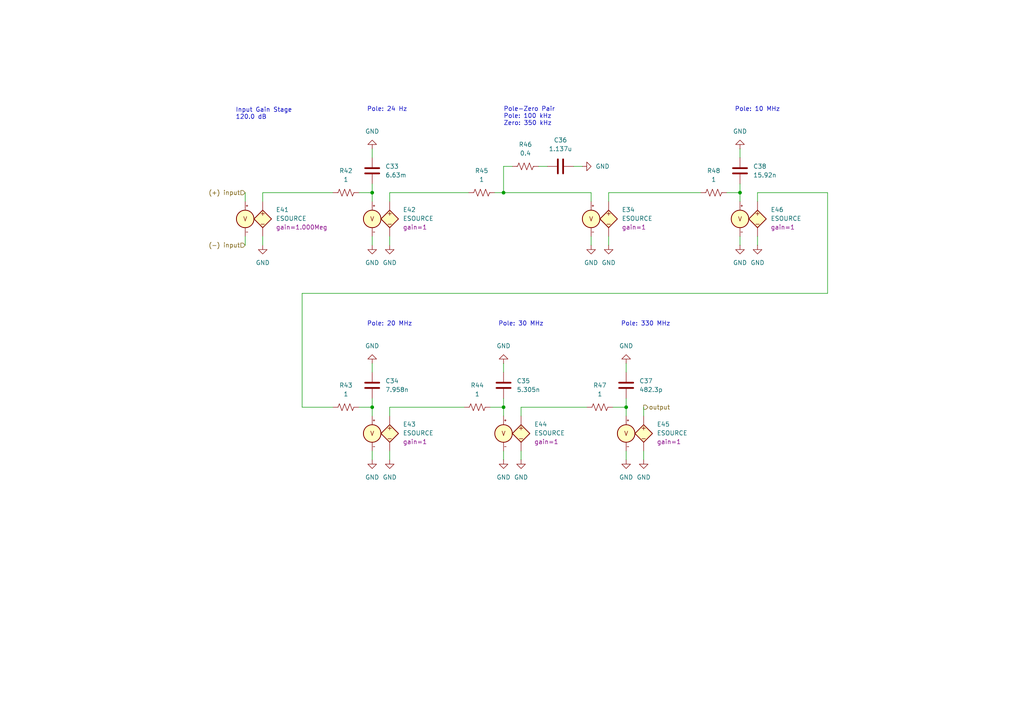
<source format=kicad_sch>
(kicad_sch (version 20250114) (generator "eeschema") (generator_version "9.0")
  (paper "A4")
  (lib_symbols
    (symbol "Device:C" (pin_numbers (hide yes)) (pin_names (offset 0.254))
      (property "Reference" "C" (at 0.635 2.54 0))
      (property "Value" "C" (at 0.635 -2.54 0))
      (symbol "C_0_1"
        (polyline (pts (xy -2.032 0.762) (xy 2.032 0.762)) (stroke (width 0.508)))
        (polyline (pts (xy -2.032 -0.762) (xy 2.032 -0.762)) (stroke (width 0.508)))
      )
      (symbol "C_1_1"
        (pin passive line (at 0 3.81 270) (length 2.794) (name "~") (number "1"))
        (pin passive line (at 0 -3.81 90) (length 2.794) (name "~") (number "2"))
      )
    )
    (symbol "Device:R_US" (pin_numbers (hide yes)) (pin_names (offset 0))
      (property "Reference" "R" (at 2.54 0 90))
      (property "Value" "R_US" (at -2.54 0 90))
      (symbol "R_US_0_1"
        (polyline (pts (xy 0 2.286) (xy 0 2.54)))
        (polyline (pts (xy 0 2.286) (xy 1.016 1.905) (xy 0 1.524) (xy -1.016 1.143) (xy 0 0.762)))
        (polyline (pts (xy 0 0.762) (xy 1.016 0.381) (xy 0 0) (xy -1.016 -0.381) (xy 0 -0.762)))
        (polyline (pts (xy 0 -0.762) (xy 1.016 -1.143) (xy 0 -1.524) (xy -1.016 -1.905) (xy 0 -2.286)))
        (polyline (pts (xy 0 -2.286) (xy 0 -2.54)))
      )
      (symbol "R_US_1_1"
        (pin passive line (at 0 3.81 270) (length 1.27) (name "~") (number "1"))
        (pin passive line (at 0 -3.81 90) (length 1.27) (name "~") (number "2"))
      )
    )
    (symbol "Simulation_SPICE:ESOURCE" (pin_numbers (hide yes)) (pin_names (offset 1.016) (hide yes))
      (property "Reference" "E" (at 2.54 2.54 0))
      (property "Value" "ESOURCE" (at 2.54 0 0))
      (property "Sim.Params" "type=\"E\" model=\"1\"" (at 2.54 -2.54 0))
      (symbol "ESOURCE_0_1"
        (polyline (pts (xy 0 2.032) (xy 0 1.016)))
      )
      (symbol "ESOURCE_1_1"
        (circle (center -5.08 0) (radius 2.54) (stroke (width 0.254)) (fill (type background)))
        (polyline (pts (xy -4.826 3.81) (xy -4.318 3.81)))
        (polyline (pts (xy -4.826 -3.81) (xy -4.318 -3.81)))
        (polyline (pts (xy -4.572 4.064) (xy -4.572 3.556)))
        (polyline (pts (xy 0 2.54) (xy -2.54 0) (xy 0 -2.54) (xy 2.54 0) (xy 0 2.54)) (stroke (width 0.254)) (fill (type background)))
        (polyline (pts (xy 0.508 1.524) (xy -0.508 1.524)))
        (polyline (pts (xy 0.508 -1.524) (xy -0.508 -1.524)))
        (text "V" (at -5.08 0 0) (effects (font (size 1.27 1.27))))
        (pin input line (at -5.08 5.08 270) (length 2.54) (name "C+") (number "3"))
        (pin input line (at -5.08 -5.08 90) (length 2.54) (name "C-") (number "4"))
        (pin passive line (at 0 5.08 270) (length 2.54) (name "N+") (number "1"))
        (pin passive line (at 0 -5.08 90) (length 2.54) (name "N-") (number "2"))
      )
    )
    (symbol "power:GND" (power) (pin_numbers (hide yes)) (pin_names (offset 0) (hide yes))
      (property "Value" "GND" (at 0 -3.81 0))
      (symbol "GND_0_1"
        (polyline (pts (xy 0 0) (xy 0 -1.27) (xy 1.27 -1.27) (xy 0 -2.54) (xy -1.27 -1.27) (xy 0 -1.27)))
      )
      (symbol "GND_1_1"
        (pin power_in line (at 0 0 270) (length 0) (name "~") (number "1"))
      )
    )
  )
  (text "Pole: 24 Hz" (at 106.426 31.75 0) (effects (font (size 1.27 1.27)) (justify left)))
  (text "Input Gain Stage\n120.0 dB" (at 68.326 33.02 0) (effects (font (size 1.27 1.27)) (justify left)))
  (text "Pole-Zero Pair\nPole: 100 kHz\nZero: 350 kHz" (at 146.05 33.782 0) (effects (font (size 1.27 1.27)) (justify left)))
  (text "Pole: 20 MHz" (at 106.426 93.98 0) (effects (font (size 1.27 1.27)) (justify left)))
  (text "Pole: 10 MHz" (at 213.106 31.75 0) (effects (font (size 1.27 1.27)) (justify left)))
  (text "Pole: 30 MHz" (at 144.526 93.98 0) (effects (font (size 1.27 1.27)) (justify left)))
  (text "Pole: 330 MHz" (at 180.086 93.98 0) (effects (font (size 1.27 1.27)) (justify left)))
  (junction (at 107.95 55.88))
  (junction (at 146.05 55.88))
  (junction (at 181.61 118.11))
  (junction (at 146.05 118.11))
  (junction (at 214.63 55.88))
  (junction (at 107.95 118.11))
  (wire (pts (xy 148.59 48.26) (xy 146.05 48.26)))
  (wire (pts (xy 181.61 130.81) (xy 181.61 133.35)))
  (wire (pts (xy 107.95 43.18) (xy 107.95 45.72)))
  (wire (pts (xy 181.61 115.57) (xy 181.61 118.11)))
  (wire (pts (xy 107.95 130.81) (xy 107.95 133.35)))
  (wire (pts (xy 240.03 55.88) (xy 240.03 85.09)))
  (wire (pts (xy 171.45 55.88) (xy 171.45 58.42)))
  (wire (pts (xy 143.51 55.88) (xy 146.05 55.88)))
  (wire (pts (xy 71.12 58.42) (xy 71.12 55.88)))
  (wire (pts (xy 146.05 105.41) (xy 146.05 107.95)))
  (wire (pts (xy 76.2 58.42) (xy 76.2 55.88)))
  (wire (pts (xy 240.03 85.09) (xy 87.63 85.09)))
  (wire (pts (xy 104.14 118.11) (xy 107.95 118.11)))
  (wire (pts (xy 113.03 68.58) (xy 113.03 71.12)))
  (wire (pts (xy 107.95 68.58) (xy 107.95 71.12)))
  (wire (pts (xy 146.05 115.57) (xy 146.05 118.11)))
  (wire (pts (xy 146.05 48.26) (xy 146.05 55.88)))
  (wire (pts (xy 166.37 48.26) (xy 168.91 48.26)))
  (wire (pts (xy 142.24 118.11) (xy 146.05 118.11)))
  (wire (pts (xy 107.95 55.88) (xy 107.95 58.42)))
  (wire (pts (xy 113.03 118.11) (xy 134.62 118.11)))
  (wire (pts (xy 113.03 130.81) (xy 113.03 133.35)))
  (wire (pts (xy 181.61 118.11) (xy 181.61 120.65)))
  (wire (pts (xy 87.63 118.11) (xy 96.52 118.11)))
  (wire (pts (xy 107.95 53.34) (xy 107.95 55.88)))
  (wire (pts (xy 107.95 118.11) (xy 107.95 120.65)))
  (wire (pts (xy 113.03 120.65) (xy 113.03 118.11)))
  (wire (pts (xy 210.82 55.88) (xy 214.63 55.88)))
  (wire (pts (xy 104.14 55.88) (xy 107.95 55.88)))
  (wire (pts (xy 214.63 53.34) (xy 214.63 55.88)))
  (wire (pts (xy 176.53 68.58) (xy 176.53 71.12)))
  (wire (pts (xy 214.63 68.58) (xy 214.63 71.12)))
  (wire (pts (xy 219.71 58.42) (xy 219.71 55.88)))
  (wire (pts (xy 177.8 118.11) (xy 181.61 118.11)))
  (wire (pts (xy 113.03 58.42) (xy 113.03 55.88)))
  (wire (pts (xy 171.45 68.58) (xy 171.45 71.12)))
  (wire (pts (xy 146.05 118.11) (xy 146.05 120.65)))
  (wire (pts (xy 176.53 58.42) (xy 176.53 55.88)))
  (wire (pts (xy 181.61 105.41) (xy 181.61 107.95)))
  (wire (pts (xy 146.05 55.88) (xy 171.45 55.88)))
  (wire (pts (xy 186.69 120.65) (xy 186.69 118.11)))
  (wire (pts (xy 151.13 118.11) (xy 170.18 118.11)))
  (wire (pts (xy 176.53 55.88) (xy 203.2 55.88)))
  (wire (pts (xy 71.12 68.58) (xy 71.12 71.12)))
  (wire (pts (xy 219.71 55.88) (xy 240.03 55.88)))
  (wire (pts (xy 76.2 68.58) (xy 76.2 71.12)))
  (wire (pts (xy 156.21 48.26) (xy 158.75 48.26)))
  (wire (pts (xy 113.03 55.88) (xy 135.89 55.88)))
  (wire (pts (xy 214.63 43.18) (xy 214.63 45.72)))
  (wire (pts (xy 214.63 55.88) (xy 214.63 58.42)))
  (wire (pts (xy 107.95 105.41) (xy 107.95 107.95)))
  (wire (pts (xy 87.63 85.09) (xy 87.63 118.11)))
  (wire (pts (xy 107.95 115.57) (xy 107.95 118.11)))
  (wire (pts (xy 219.71 68.58) (xy 219.71 71.12)))
  (wire (pts (xy 186.69 130.81) (xy 186.69 133.35)))
  (wire (pts (xy 76.2 55.88) (xy 96.52 55.88)))
  (wire (pts (xy 151.13 130.81) (xy 151.13 133.35)))
  (wire (pts (xy 151.13 120.65) (xy 151.13 118.11)))
  (wire (pts (xy 146.05 130.81) (xy 146.05 133.35)))
  (hierarchical_label "(-) input" (shape input) (at 71.12 71.12 180))
  (hierarchical_label "output" (shape output) (at 186.69 118.11 0))
  (hierarchical_label "(+) input" (shape input) (at 71.12 55.88 180))
  (symbol (lib_id "Device:R_US") (at 100.33 118.11 90) (unit 1)
    (property "Reference" "R43" (at 100.33 111.76 90))
    (property "Value" "1" (at 100.33 114.3 90))
    (property "Description" "Resistor, US symbol" (effects (hide yes)))
    (instances (project "TransimpedanceAmplifierStability" (path "" (reference "R43") (unit 1)) (path "" (reference "R66") (unit 1))))
  )
  (symbol (lib_id "power:GND") (at 214.63 71.12 0) (unit 1)
    (property "Reference" "#PWR0127" (effects (hide yes)))
    (property "Value" "GND" (at 214.63 76.2 0))
    (property "Description" "Power symbol creates a global label with name \"GND\" , ground" (effects (hide yes)))
    (instances (project "TransimpedanceAmplifierStability" (path "" (reference "#PWR0127") (unit 1)) (path "" (reference "#PWR0203") (unit 1))))
  )
  (symbol (lib_id "power:GND") (at 146.05 133.35 0) (unit 1)
    (property "Reference" "#PWR0120" (effects (hide yes)))
    (property "Value" "GND" (at 146.05 138.43 0))
    (property "Description" "Power symbol creates a global label with name \"GND\" , ground" (effects (hide yes)))
    (instances (project "TransimpedanceAmplifierStability" (path "" (reference "#PWR0120") (unit 1)) (path "" (reference "#PWR0185") (unit 1))))
  )
  (symbol (lib_id "power:GND") (at 219.71 71.12 0) (unit 1)
    (property "Reference" "#PWR0128" (effects (hide yes)))
    (property "Value" "GND" (at 219.71 76.2 0))
    (property "Description" "Power symbol creates a global label with name \"GND\" , ground" (effects (hide yes)))
    (instances (project "TransimpedanceAmplifierStability" (path "" (reference "#PWR0128") (unit 1)) (path "" (reference "#PWR0204") (unit 1))))
  )
  (symbol (lib_id "Device:C") (at 162.56 48.26 270) (unit 1)
    (property "Reference" "C36" (at 162.56 40.64 90))
    (property "Value" "1.137u" (at 162.56 43.18 90))
    (property "Description" "Unpolarized capacitor" (effects (hide yes)))
    (instances (project "TransimpedanceAmplifierStability" (path "" (reference "C36") (unit 1)) (path "" (reference "C68") (unit 1))))
  )
  (symbol (lib_id "Simulation_SPICE:ESOURCE") (at 176.53 63.5 0) (unit 1)
    (property "Reference" "E34" (at 180.34 60.8329 0) (effects (justify left)))
    (property "Value" "ESOURCE" (at 180.34 63.3729 0) (effects (justify left)))
    (property "Datasheet" "https://ngspice.sourceforge.io/docs/ngspice-html-manual/manual.xhtml#subsec_Exxxx__Linear_Voltage_Controlled" (effects (hide yes)))
    (property "Description" "Voltage-controlled voltage source symbol for simulation only" (effects (hide yes)))
    (property "Sim.Device" "E" (effects (hide yes)))
    (property "Sim.Params" "gain=1" (at 180.34 65.9129 0) (effects (justify left)))
    (property "Sim.Pins" "1=+ 2=- 3=C+ 4=C-" (effects (hide yes)))
    (instances (project "TransimpedanceAmplifierStability" (path "" (reference "E34") (unit 1)) (path "" (reference "E70") (unit 1))))
  )
  (symbol (lib_id "Simulation_SPICE:ESOURCE") (at 76.2 63.5 0) (unit 1)
    (property "Reference" "E41" (at 80.01 60.8329 0) (effects (justify left)))
    (property "Value" "ESOURCE" (at 80.01 63.3729 0) (effects (justify left)))
    (property "Datasheet" "https://ngspice.sourceforge.io/docs/ngspice-html-manual/manual.xhtml#subsec_Exxxx__Linear_Voltage_Controlled" (effects (hide yes)))
    (property "Description" "Voltage-controlled voltage source symbol for simulation only" (effects (hide yes)))
    (property "Sim.Device" "E" (effects (hide yes)))
    (property "Sim.Params" "gain=1.000Meg" (at 80.01 65.9129 0) (effects (justify left)))
    (property "Sim.Pins" "1=+ 2=- 3=C+ 4=C-" (effects (hide yes)))
    (instances (project "TransimpedanceAmplifierStability" (path "" (reference "E41") (unit 1)) (path "" (reference "E59") (unit 1))))
  )
  (symbol (lib_id "power:GND") (at 76.2 71.12 0) (unit 1)
    (property "Reference" "#PWR0112" (effects (hide yes)))
    (property "Value" "GND" (at 76.2 76.2 0))
    (property "Description" "Power symbol creates a global label with name \"GND\" , ground" (effects (hide yes)))
    (instances (project "TransimpedanceAmplifierStability" (path "" (reference "#PWR0112") (unit 1)) (path "" (reference "#PWR0159") (unit 1))))
  )
  (symbol (lib_id "Simulation_SPICE:ESOURCE") (at 113.03 125.73 0) (unit 1)
    (property "Reference" "E43" (at 116.84 123.0629 0) (effects (justify left)))
    (property "Value" "ESOURCE" (at 116.84 125.6029 0) (effects (justify left)))
    (property "Datasheet" "https://ngspice.sourceforge.io/docs/ngspice-html-manual/manual.xhtml#subsec_Exxxx__Linear_Voltage_Controlled" (effects (hide yes)))
    (property "Description" "Voltage-controlled voltage source symbol for simulation only" (effects (hide yes)))
    (property "Sim.Device" "E" (effects (hide yes)))
    (property "Sim.Params" "gain=1" (at 116.84 128.1429 0) (effects (justify left)))
    (property "Sim.Pins" "1=+ 2=- 3=C+ 4=C-" (effects (hide yes)))
    (instances (project "TransimpedanceAmplifierStability" (path "" (reference "E43") (unit 1)) (path "" (reference "E64") (unit 1))))
  )
  (symbol (lib_id "power:GND") (at 113.03 133.35 0) (unit 1)
    (property "Reference" "#PWR0118" (effects (hide yes)))
    (property "Value" "GND" (at 113.03 138.43 0))
    (property "Description" "Power symbol creates a global label with name \"GND\" , ground" (effects (hide yes)))
    (instances (project "TransimpedanceAmplifierStability" (path "" (reference "#PWR0118") (unit 1)) (path "" (reference "#PWR0174") (unit 1))))
  )
  (symbol (lib_id "Device:R_US") (at 139.7 55.88 90) (unit 1)
    (property "Reference" "R45" (at 139.7 49.53 90))
    (property "Value" "1" (at 139.7 52.07 90))
    (property "Description" "Resistor, US symbol" (effects (hide yes)))
    (instances (project "TransimpedanceAmplifierStability" (path "" (reference "R45") (unit 1)) (path "" (reference "R75") (unit 1))))
  )
  (symbol (lib_id "Device:R_US") (at 100.33 55.88 90) (unit 1)
    (property "Reference" "R42" (at 100.33 49.53 90))
    (property "Value" "1" (at 100.33 52.07 90))
    (property "Description" "Resistor, US symbol" (effects (hide yes)))
    (instances (project "TransimpedanceAmplifierStability" (path "" (reference "R42") (unit 1)) (path "" (reference "R65") (unit 1))))
  )
  (symbol (lib_id "power:GND") (at 181.61 133.35 0) (unit 1)
    (property "Reference" "#PWR0124" (effects (hide yes)))
    (property "Value" "GND" (at 181.61 138.43 0))
    (property "Description" "Power symbol creates a global label with name \"GND\" , ground" (effects (hide yes)))
    (instances (project "TransimpedanceAmplifierStability" (path "" (reference "#PWR0124") (unit 1)) (path "" (reference "#PWR0194") (unit 1))))
  )
  (symbol (lib_id "Device:C") (at 214.63 49.53 0) (unit 1)
    (property "Reference" "C38" (at 218.44 48.2599 0) (effects (justify left)))
    (property "Value" "15.92n" (at 218.44 50.7999 0) (effects (justify left)))
    (property "Description" "Unpolarized capacitor" (effects (hide yes)))
    (instances (project "TransimpedanceAmplifierStability" (path "" (reference "C38") (unit 1)) (path "" (reference "C78") (unit 1))))
  )
  (symbol (lib_id "Device:C") (at 146.05 111.76 0) (unit 1)
    (property "Reference" "C35" (at 149.86 110.4899 0) (effects (justify left)))
    (property "Value" "5.305n" (at 149.86 113.0299 0) (effects (justify left)))
    (property "Description" "Unpolarized capacitor" (effects (hide yes)))
    (instances (project "TransimpedanceAmplifierStability" (path "" (reference "C35") (unit 1)) (path "" (reference "C65") (unit 1))))
  )
  (symbol (lib_id "Device:R_US") (at 138.43 118.11 90) (unit 1)
    (property "Reference" "R44" (at 138.43 111.76 90))
    (property "Value" "1" (at 138.43 114.3 90))
    (property "Description" "Resistor, US symbol" (effects (hide yes)))
    (instances (project "TransimpedanceAmplifierStability" (path "" (reference "R44") (unit 1)) (path "" (reference "R74") (unit 1))))
  )
  (symbol (lib_id "Device:R_US") (at 152.4 48.26 270) (unit 1)
    (property "Reference" "R46" (at 152.4 41.91 90))
    (property "Value" "0.4" (at 152.4 44.45 90))
    (property "Description" "Resistor, US symbol" (effects (hide yes)))
    (instances (project "TransimpedanceAmplifierStability" (path "" (reference "R46") (unit 1)) (path "" (reference "R76") (unit 1))))
  )
  (symbol (lib_id "Simulation_SPICE:ESOURCE") (at 219.71 63.5 0) (unit 1)
    (property "Reference" "E46" (at 223.52 60.8329 0) (effects (justify left)))
    (property "Value" "ESOURCE" (at 223.52 63.3729 0) (effects (justify left)))
    (property "Datasheet" "https://ngspice.sourceforge.io/docs/ngspice-html-manual/manual.xhtml#subsec_Exxxx__Linear_Voltage_Controlled" (effects (hide yes)))
    (property "Description" "Voltage-controlled voltage source symbol for simulation only" (effects (hide yes)))
    (property "Sim.Device" "E" (effects (hide yes)))
    (property "Sim.Params" "gain=1" (at 223.52 65.9129 0) (effects (justify left)))
    (property "Sim.Pins" "1=+ 2=- 3=C+ 4=C-" (effects (hide yes)))
    (instances (project "TransimpedanceAmplifierStability" (path "" (reference "E46") (unit 1)) (path "" (reference "E74") (unit 1))))
  )
  (symbol (lib_id "power:GND") (at 151.13 133.35 0) (unit 1)
    (property "Reference" "#PWR0121" (effects (hide yes)))
    (property "Value" "GND" (at 151.13 138.43 0))
    (property "Description" "Power symbol creates a global label with name \"GND\" , ground" (effects (hide yes)))
    (instances (project "TransimpedanceAmplifierStability" (path "" (reference "#PWR0121") (unit 1)) (path "" (reference "#PWR0186") (unit 1))))
  )
  (symbol (lib_id "Device:R_US") (at 173.99 118.11 90) (unit 1)
    (property "Reference" "R47" (at 173.99 111.76 90))
    (property "Value" "1" (at 173.99 114.3 90))
    (property "Description" "Resistor, US symbol" (effects (hide yes)))
    (instances (project "TransimpedanceAmplifierStability" (path "" (reference "R47") (unit 1)) (path "" (reference "R81") (unit 1))))
  )
  (symbol (lib_id "Device:C") (at 181.61 111.76 0) (unit 1)
    (property "Reference" "C37" (at 185.42 110.4899 0) (effects (justify left)))
    (property "Value" "482.3p" (at 185.42 113.0299 0) (effects (justify left)))
    (property "Description" "Unpolarized capacitor" (effects (hide yes)))
    (instances (project "TransimpedanceAmplifierStability" (path "" (reference "C37") (unit 1)) (path "" (reference "C73") (unit 1))))
  )
  (symbol (lib_id "power:GND") (at 186.69 133.35 0) (unit 1)
    (property "Reference" "#PWR0125" (effects (hide yes)))
    (property "Value" "GND" (at 186.69 138.43 0))
    (property "Description" "Power symbol creates a global label with name \"GND\" , ground" (effects (hide yes)))
    (instances (project "TransimpedanceAmplifierStability" (path "" (reference "#PWR0125") (unit 1)) (path "" (reference "#PWR0195") (unit 1))))
  )
  (symbol (lib_id "Device:C") (at 107.95 49.53 0) (unit 1)
    (property "Reference" "C33" (at 111.76 48.2599 0) (effects (justify left)))
    (property "Value" "6.63m" (at 111.76 50.7999 0) (effects (justify left)))
    (property "Description" "Unpolarized capacitor" (effects (hide yes)))
    (instances (project "TransimpedanceAmplifierStability" (path "" (reference "C33") (unit 1)) (path "" (reference "C57") (unit 1))))
  )
  (symbol (lib_id "power:GND") (at 107.95 105.41 180) (unit 1)
    (property "Reference" "#PWR0115" (effects (hide yes)))
    (property "Value" "GND" (at 107.95 100.33 0))
    (property "Description" "Power symbol creates a global label with name \"GND\" , ground" (effects (hide yes)))
    (instances (project "TransimpedanceAmplifierStability" (path "" (reference "#PWR0115") (unit 1)) (path "" (reference "#PWR0171") (unit 1))))
  )
  (symbol (lib_id "Simulation_SPICE:ESOURCE") (at 113.03 63.5 0) (unit 1)
    (property "Reference" "E42" (at 116.84 60.8329 0) (effects (justify left)))
    (property "Value" "ESOURCE" (at 116.84 63.3729 0) (effects (justify left)))
    (property "Datasheet" "https://ngspice.sourceforge.io/docs/ngspice-html-manual/manual.xhtml#subsec_Exxxx__Linear_Voltage_Controlled" (effects (hide yes)))
    (property "Description" "Voltage-controlled voltage source symbol for simulation only" (effects (hide yes)))
    (property "Sim.Device" "E" (effects (hide yes)))
    (property "Sim.Params" "gain=1" (at 116.84 65.9129 0) (effects (justify left)))
    (property "Sim.Pins" "1=+ 2=- 3=C+ 4=C-" (effects (hide yes)))
    (instances (project "TransimpedanceAmplifierStability" (path "" (reference "E42") (unit 1)) (path "" (reference "E63") (unit 1))))
  )
  (symbol (lib_id "power:GND") (at 176.53 71.12 0) (unit 1)
    (property "Reference" "#PWR0122" (effects (hide yes)))
    (property "Value" "GND" (at 176.53 76.2 0))
    (property "Description" "Power symbol creates a global label with name \"GND\" , ground" (effects (hide yes)))
    (instances (project "TransimpedanceAmplifierStability" (path "" (reference "#PWR0122") (unit 1)) (path "" (reference "#PWR0192") (unit 1))))
  )
  (symbol (lib_id "Device:C") (at 107.95 111.76 0) (unit 1)
    (property "Reference" "C34" (at 111.76 110.4899 0) (effects (justify left)))
    (property "Value" "7.958n" (at 111.76 113.0299 0) (effects (justify left)))
    (property "Description" "Unpolarized capacitor" (effects (hide yes)))
    (instances (project "TransimpedanceAmplifierStability" (path "" (reference "C34") (unit 1)) (path "" (reference "C58") (unit 1))))
  )
  (symbol (lib_id "power:GND") (at 181.61 105.41 180) (unit 1)
    (property "Reference" "#PWR0123" (effects (hide yes)))
    (property "Value" "GND" (at 181.61 100.33 0))
    (property "Description" "Power symbol creates a global label with name \"GND\" , ground" (effects (hide yes)))
    (instances (project "TransimpedanceAmplifierStability" (path "" (reference "#PWR0123") (unit 1)) (path "" (reference "#PWR0193") (unit 1))))
  )
  (symbol (lib_id "power:GND") (at 146.05 105.41 180) (unit 1)
    (property "Reference" "#PWR0119" (effects (hide yes)))
    (property "Value" "GND" (at 146.05 100.33 0))
    (property "Description" "Power symbol creates a global label with name \"GND\" , ground" (effects (hide yes)))
    (instances (project "TransimpedanceAmplifierStability" (path "" (reference "#PWR0119") (unit 1)) (path "" (reference "#PWR0184") (unit 1))))
  )
  (symbol (lib_id "Simulation_SPICE:ESOURCE") (at 151.13 125.73 0) (unit 1)
    (property "Reference" "E44" (at 154.94 123.0629 0) (effects (justify left)))
    (property "Value" "ESOURCE" (at 154.94 125.6029 0) (effects (justify left)))
    (property "Datasheet" "https://ngspice.sourceforge.io/docs/ngspice-html-manual/manual.xhtml#subsec_Exxxx__Linear_Voltage_Controlled" (effects (hide yes)))
    (property "Description" "Voltage-controlled voltage source symbol for simulation only" (effects (hide yes)))
    (property "Sim.Device" "E" (effects (hide yes)))
    (property "Sim.Params" "gain=1" (at 154.94 128.1429 0) (effects (justify left)))
    (property "Sim.Pins" "1=+ 2=- 3=C+ 4=C-" (effects (hide yes)))
    (instances (project "TransimpedanceAmplifierStability" (path "" (reference "E44") (unit 1)) (path "" (reference "E68") (unit 1))))
  )
  (symbol (lib_id "power:GND") (at 107.95 43.18 180) (unit 1)
    (property "Reference" "#PWR0113" (effects (hide yes)))
    (property "Value" "GND" (at 107.95 38.1 0))
    (property "Description" "Power symbol creates a global label with name \"GND\" , ground" (effects (hide yes)))
    (instances (project "TransimpedanceAmplifierStability" (path "" (reference "#PWR0113") (unit 1)) (path "" (reference "#PWR0169") (unit 1))))
  )
  (symbol (lib_id "power:GND") (at 107.95 71.12 0) (unit 1)
    (property "Reference" "#PWR0114" (effects (hide yes)))
    (property "Value" "GND" (at 107.95 76.2 0))
    (property "Description" "Power symbol creates a global label with name \"GND\" , ground" (effects (hide yes)))
    (instances (project "TransimpedanceAmplifierStability" (path "" (reference "#PWR0114") (unit 1)) (path "" (reference "#PWR0170") (unit 1))))
  )
  (symbol (lib_id "power:GND") (at 113.03 71.12 0) (unit 1)
    (property "Reference" "#PWR0117" (effects (hide yes)))
    (property "Value" "GND" (at 113.03 76.2 0))
    (property "Description" "Power symbol creates a global label with name \"GND\" , ground" (effects (hide yes)))
    (instances (project "TransimpedanceAmplifierStability" (path "" (reference "#PWR0117") (unit 1)) (path "" (reference "#PWR0173") (unit 1))))
  )
  (symbol (lib_id "power:GND") (at 171.45 71.12 0) (unit 1)
    (property "Reference" "#PWR093" (effects (hide yes)))
    (property "Value" "GND" (at 171.45 76.2 0))
    (property "Description" "Power symbol creates a global label with name \"GND\" , ground" (effects (hide yes)))
    (instances (project "TransimpedanceAmplifierStability" (path "" (reference "#PWR093") (unit 1)) (path "" (reference "#PWR0191") (unit 1))))
  )
  (symbol (lib_id "Simulation_SPICE:ESOURCE") (at 186.69 125.73 0) (unit 1)
    (property "Reference" "E45" (at 190.5 123.0629 0) (effects (justify left)))
    (property "Value" "ESOURCE" (at 190.5 125.6029 0) (effects (justify left)))
    (property "Datasheet" "https://ngspice.sourceforge.io/docs/ngspice-html-manual/manual.xhtml#subsec_Exxxx__Linear_Voltage_Controlled" (effects (hide yes)))
    (property "Description" "Voltage-controlled voltage source symbol for simulation only" (effects (hide yes)))
    (property "Sim.Device" "E" (effects (hide yes)))
    (property "Sim.Params" "gain=1" (at 190.5 128.1429 0) (effects (justify left)))
    (property "Sim.Pins" "1=+ 2=- 3=C+ 4=C-" (effects (hide yes)))
    (instances (project "TransimpedanceAmplifierStability" (path "" (reference "E45") (unit 1)) (path "" (reference "E71") (unit 1))))
  )
  (symbol (lib_id "power:GND") (at 168.91 48.26 90) (unit 1)
    (property "Reference" "#PWR092" (effects (hide yes)))
    (property "Value" "GND" (at 172.72 48.2599 90) (effects (justify right)))
    (property "Description" "Power symbol creates a global label with name \"GND\" , ground" (effects (hide yes)))
    (instances (project "TransimpedanceAmplifierStability" (path "" (reference "#PWR092") (unit 1)) (path "" (reference "#PWR0189") (unit 1))))
  )
  (symbol (lib_id "power:GND") (at 214.63 43.18 180) (unit 1)
    (property "Reference" "#PWR0126" (effects (hide yes)))
    (property "Value" "GND" (at 214.63 38.1 0))
    (property "Description" "Power symbol creates a global label with name \"GND\" , ground" (effects (hide yes)))
    (instances (project "TransimpedanceAmplifierStability" (path "" (reference "#PWR0126") (unit 1)) (path "" (reference "#PWR0202") (unit 1))))
  )
  (symbol (lib_id "power:GND") (at 107.95 133.35 0) (unit 1)
    (property "Reference" "#PWR0116" (effects (hide yes)))
    (property "Value" "GND" (at 107.95 138.43 0))
    (property "Description" "Power symbol creates a global label with name \"GND\" , ground" (effects (hide yes)))
    (instances (project "TransimpedanceAmplifierStability" (path "" (reference "#PWR0116") (unit 1)) (path "" (reference "#PWR0172") (unit 1))))
  )
  (symbol (lib_id "Device:R_US") (at 207.01 55.88 90) (unit 1)
    (property "Reference" "R48" (at 207.01 49.53 90))
    (property "Value" "1" (at 207.01 52.07 90))
    (property "Description" "Resistor, US symbol" (effects (hide yes)))
    (instances (project "TransimpedanceAmplifierStability" (path "" (reference "R48") (unit 1)) (path "" (reference "R87") (unit 1))))
  )
)
</source>
